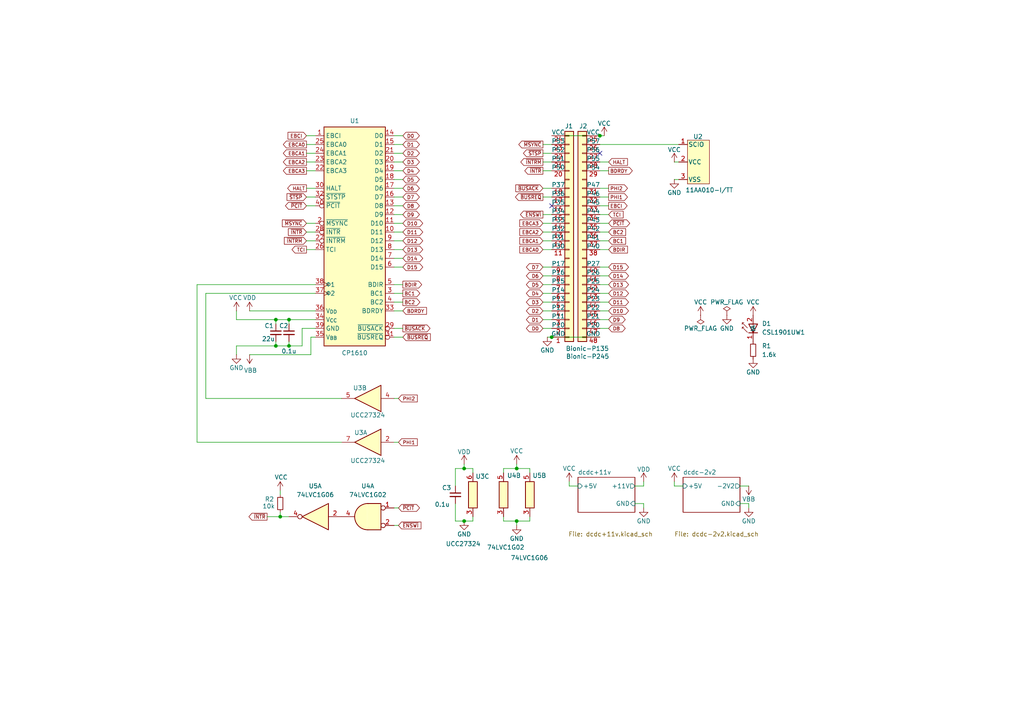
<source format=kicad_sch>
(kicad_sch (version 20250114) (generator "eeschema") (generator_version "9.0")
  (paper "A4")
  (title_block (title "BionicCP1610") (date "2026-03-01") (rev "1"))
  (lib_symbols
    (symbol "74LVC1G06_1" (pin_names (offset 0) (hide yes))
      (property "Reference" "U" (at 3.302 3.556 0))
      (property "Value" "74LVC1G06" (at 7.366 -4.318 0))
      (symbol "74LVC1G06_1_1_0"
        (polyline (pts (xy -3.81 3.81) (xy -3.81 -3.81) (xy 3.81 0) (xy -3.81 3.81)) (stroke (width 0.254)) (fill (type background)))
        (pin input line (at -7.62 0 0) (length 3.81) (name "~") (number "2"))
        (pin open_collector inverted (at 7.62 0 180) (length 3.81) (name "~") (number "4"))
      )
      (symbol "74LVC1G06_1_2_0"
        (rectangle (start -1.27 3.81) (end 1.27 -3.81) (stroke (width 0.254)) (fill (type background)))
        (pin power_in line (at 0 6.35 270) (length 2.54) (name "VCC") (number "5"))
        (pin power_in line (at 0 -6.35 90) (length 2.54) (name "GND") (number "3"))
      )
    )
    (symbol "Device:C_Small" (pin_numbers (hide yes)) (pin_names (offset 0.254) (hide yes))
      (property "Reference" "C" (at 0.254 1.778 0))
      (property "Value" "C_Small" (at 0.254 -2.032 0))
      (symbol "C_Small_0_1"
        (polyline (pts (xy -1.524 0.508) (xy 1.524 0.508)) (stroke (width 0.3048)))
        (polyline (pts (xy -1.524 -0.508) (xy 1.524 -0.508)) (stroke (width 0.3302)))
      )
      (symbol "C_Small_1_1"
        (pin passive line (at 0 2.54 270) (length 2.032) (name "~") (number "1"))
        (pin passive line (at 0 -2.54 90) (length 2.032) (name "~") (number "2"))
      )
    )
    (symbol "Device:R_Small" (pin_numbers (hide yes)) (pin_names (offset 0.254) (hide yes))
      (property "Reference" "R" (at 0 0 90))
      (property "Value" "R_Small" (at 1.778 0 90))
      (symbol "R_Small_0_1"
        (rectangle (start -0.762 1.778) (end 0.762 -1.778) (stroke (width 0.2032)))
      )
      (symbol "R_Small_1_1"
        (pin passive line (at 0 2.54 270) (length 0.762) (name "~") (number "1"))
        (pin passive line (at 0 -2.54 90) (length 0.762) (name "~") (number "2"))
      )
    )
    (symbol "R_Small_1" (pin_numbers (hide yes)) (pin_names (offset 0.254) (hide yes))
      (property "Reference" "R" (at 0 0 90))
      (property "Value" "R_Small" (at 1.778 0 90))
      (symbol "R_Small_1_0_1"
        (rectangle (start -0.762 1.778) (end 0.762 -1.778) (stroke (width 0.2032)))
      )
      (symbol "R_Small_1_1_1"
        (pin passive line (at 0 2.54 270) (length 0.762) (name "~") (number "1"))
        (pin passive line (at 0 -2.54 90) (length 0.762) (name "~") (number "2"))
      )
    )
    (symbol "bionic:Bionic-P135" (pin_names (offset 0))
      (property "Reference" "J" (at 0 30.48 0))
      (property "Value" "Bionic-P135" (at -1.27 -33.02 0))
      (symbol "Bionic-P135_1_1"
        (rectangle (start 0 28.067) (end -1.27 27.813) (stroke (width 0.1524)))
        (rectangle (start 0 25.527) (end -1.27 25.273) (stroke (width 0.1524)))
        (rectangle (start 0 22.987) (end -1.27 22.733) (stroke (width 0.1524)))
        (rectangle (start 0 20.447) (end -1.27 20.193) (stroke (width 0.1524)))
        (rectangle (start 0 17.907) (end -1.27 17.653) (stroke (width 0.1524)))
        (rectangle (start 0 15.367) (end -1.27 15.113) (stroke (width 0.1524)))
        (rectangle (start 0 12.827) (end -1.27 12.573) (stroke (width 0.1524)))
        (rectangle (start 0 10.287) (end -1.27 10.033) (stroke (width 0.1524)))
        (rectangle (start 0 7.747) (end -1.27 7.493) (stroke (width 0.1524)))
        (rectangle (start 0 5.207) (end -1.27 4.953) (stroke (width 0.1524)))
        (rectangle (start 0 2.667) (end -1.27 2.413) (stroke (width 0.1524)))
        (rectangle (start 0 0.127) (end -1.27 -0.127) (stroke (width 0.1524)))
        (rectangle (start 0 -2.413) (end -1.27 -2.667) (stroke (width 0.1524)))
        (rectangle (start 0 -4.953) (end -1.27 -5.207) (stroke (width 0.1524)))
        (rectangle (start 0 -7.493) (end -1.27 -7.747) (stroke (width 0.1524)))
        (rectangle (start 0 -10.033) (end -1.27 -10.287) (stroke (width 0.1524)))
        (rectangle (start 0 -12.573) (end -1.27 -12.827) (stroke (width 0.1524)))
        (rectangle (start 0 -15.113) (end -1.27 -15.367) (stroke (width 0.1524)))
        (rectangle (start 0 -17.653) (end -1.27 -17.907) (stroke (width 0.1524)))
        (rectangle (start 0 -20.193) (end -1.27 -20.447) (stroke (width 0.1524)))
        (rectangle (start 0 -22.733) (end -1.27 -22.987) (stroke (width 0.1524)))
        (rectangle (start 0 -25.273) (end -1.27 -25.527) (stroke (width 0.1524)))
        (rectangle (start 0 -27.813) (end -1.27 -28.067) (stroke (width 0.1524)))
        (rectangle (start 0 -30.353) (end -1.27 -30.607) (stroke (width 0.1524)))
        (rectangle (start 1.27 29.21) (end -1.27 -31.75) (stroke (width 0.254)) (fill (type background)))
        (pin power_in line (at -5.08 27.94 0) (length 3.81) (name "VCC") (number "24"))
        (pin bidirectional line (at -5.08 25.4 0) (length 3.81) (name "P53") (number "23"))
        (pin bidirectional line (at -5.08 22.86 0) (length 3.81) (name "P52") (number "22"))
        (pin bidirectional line (at -5.08 20.32 0) (length 3.81) (name "P51") (number "21"))
        (pin bidirectional line (at -5.08 17.78 0) (length 3.81) (name "P50") (number "20"))
        (pin bidirectional line (at -5.08 12.7 0) (length 3.81) (name "P37") (number "18"))
        (pin bidirectional line (at -5.08 10.16 0) (length 3.81) (name "P36") (number "17"))
        (pin bidirectional line (at -5.08 7.62 0) (length 3.81) (name "P35") (number "16"))
        (pin bidirectional line (at -5.08 5.08 0) (length 3.81) (name "P34") (number "15"))
        (pin bidirectional line (at -5.08 2.54 0) (length 3.81) (name "P33") (number "14"))
        (pin bidirectional line (at -5.08 0 0) (length 3.81) (name "P32") (number "13"))
        (pin bidirectional line (at -5.08 -2.54 0) (length 3.81) (name "P31") (number "12"))
        (pin bidirectional line (at -5.08 -5.08 0) (length 3.81) (name "P30") (number "11"))
        (pin bidirectional line (at -5.08 -10.16 0) (length 3.81) (name "P17") (number "9"))
        (pin bidirectional line (at -5.08 -12.7 0) (length 3.81) (name "P16") (number "8"))
        (pin bidirectional line (at -5.08 -15.24 0) (length 3.81) (name "P15") (number "7"))
        (pin bidirectional line (at -5.08 -17.78 0) (length 3.81) (name "P14") (number "6"))
        (pin bidirectional line (at -5.08 -20.32 0) (length 3.81) (name "P13") (number "5"))
        (pin bidirectional line (at -5.08 -22.86 0) (length 3.81) (name "P12") (number "4"))
        (pin bidirectional line (at -5.08 -25.4 0) (length 3.81) (name "P11") (number "3"))
        (pin bidirectional line (at -5.08 -27.94 0) (length 3.81) (name "P10") (number "2"))
        (pin power_in line (at -5.08 -30.48 0) (length 3.81) (name "GND") (number "1"))
      )
    )
    (symbol "bionic:Bionic-P245" (pin_names (offset 0))
      (property "Reference" "J" (at -3.81 30.48 0))
      (property "Value" "Bionic-P245" (at -1.27 -33.02 0))
      (symbol "Bionic-P245_1_1"
        (rectangle (start -2.54 29.21) (end -5.08 -31.75) (stroke (width 0.254)) (fill (type background)))
        (rectangle (start -2.54 27.813) (end -3.81 28.067) (stroke (width 0.1524)))
        (rectangle (start -2.54 25.273) (end -3.81 25.527) (stroke (width 0.1524)))
        (rectangle (start -2.54 22.733) (end -3.81 22.987) (stroke (width 0.1524)))
        (rectangle (start -2.54 20.193) (end -3.81 20.447) (stroke (width 0.1524)))
        (rectangle (start -2.54 17.653) (end -3.81 17.907) (stroke (width 0.1524)))
        (rectangle (start -2.54 15.113) (end -3.81 15.367) (stroke (width 0.1524)))
        (rectangle (start -2.54 12.573) (end -3.81 12.827) (stroke (width 0.1524)))
        (rectangle (start -2.54 10.033) (end -3.81 10.287) (stroke (width 0.1524)))
        (rectangle (start -2.54 7.493) (end -3.81 7.747) (stroke (width 0.1524)))
        (rectangle (start -2.54 4.953) (end -3.81 5.207) (stroke (width 0.1524)))
        (rectangle (start -2.54 2.413) (end -3.81 2.667) (stroke (width 0.1524)))
        (rectangle (start -2.54 -0.127) (end -3.81 0.127) (stroke (width 0.1524)))
        (rectangle (start -2.54 -2.667) (end -3.81 -2.413) (stroke (width 0.1524)))
        (rectangle (start -2.54 -5.207) (end -3.81 -4.953) (stroke (width 0.1524)))
        (rectangle (start -2.54 -7.747) (end -3.81 -7.493) (stroke (width 0.1524)))
        (rectangle (start -2.54 -10.287) (end -3.81 -10.033) (stroke (width 0.1524)))
        (rectangle (start -2.54 -12.827) (end -3.81 -12.573) (stroke (width 0.1524)))
        (rectangle (start -2.54 -15.367) (end -3.81 -15.113) (stroke (width 0.1524)))
        (rectangle (start -2.54 -17.907) (end -3.81 -17.653) (stroke (width 0.1524)))
        (rectangle (start -2.54 -20.447) (end -3.81 -20.193) (stroke (width 0.1524)))
        (rectangle (start -2.54 -22.987) (end -3.81 -22.733) (stroke (width 0.1524)))
        (rectangle (start -2.54 -25.527) (end -3.81 -25.273) (stroke (width 0.1524)))
        (rectangle (start -2.54 -28.067) (end -3.81 -27.813) (stroke (width 0.1524)))
        (rectangle (start -2.54 -30.607) (end -3.81 -30.353) (stroke (width 0.1524)))
        (pin power_in line (at 1.27 27.94 180) (length 3.81) (name "VCC") (number "25"))
        (pin bidirectional line (at 1.27 25.4 180) (length 3.81) (name "P57") (number "26"))
        (pin bidirectional line (at 1.27 22.86 180) (length 3.81) (name "P56") (number "27"))
        (pin bidirectional line (at 1.27 20.32 180) (length 3.81) (name "P55") (number "28"))
        (pin bidirectional line (at 1.27 17.78 180) (length 3.81) (name "P54") (number "29"))
        (pin bidirectional line (at 1.27 12.7 180) (length 3.81) (name "P47") (number "31"))
        (pin bidirectional line (at 1.27 10.16 180) (length 3.81) (name "P46") (number "32"))
        (pin bidirectional line (at 1.27 7.62 180) (length 3.81) (name "P45") (number "33"))
        (pin bidirectional line (at 1.27 5.08 180) (length 3.81) (name "P44") (number "34"))
        (pin bidirectional line (at 1.27 2.54 180) (length 3.81) (name "P43") (number "35"))
        (pin bidirectional line (at 1.27 0 180) (length 3.81) (name "P42") (number "36"))
        (pin bidirectional line (at 1.27 -2.54 180) (length 3.81) (name "P41") (number "37"))
        (pin bidirectional line (at 1.27 -5.08 180) (length 3.81) (name "P40") (number "38"))
        (pin bidirectional line (at 1.27 -10.16 180) (length 3.81) (name "P27") (number "40"))
        (pin bidirectional line (at 1.27 -12.7 180) (length 3.81) (name "P26") (number "41"))
        (pin bidirectional line (at 1.27 -15.24 180) (length 3.81) (name "P25") (number "42"))
        (pin bidirectional line (at 1.27 -17.78 180) (length 3.81) (name "P24") (number "43"))
        (pin bidirectional line (at 1.27 -20.32 180) (length 3.81) (name "P23") (number "44"))
        (pin bidirectional line (at 1.27 -22.86 180) (length 3.81) (name "P22") (number "45"))
        (pin bidirectional line (at 1.27 -25.4 180) (length 3.81) (name "P21") (number "46"))
        (pin bidirectional line (at 1.27 -27.94 180) (length 3.81) (name "P20") (number "47"))
        (pin power_in line (at 1.27 -30.48 180) (length 3.81) (name "GND") (number "48"))
      )
    )
    (symbol "cpu:CP1610"
      (property "Reference" "U" (at -0.762 32.512 0))
      (property "Value" "CP1610" (at 0 -33.02 0))
      (symbol "CP1610_0_1"
        (rectangle (start -8.89 31.75) (end 8.89 -31.75) (stroke (width 0.254)) (fill (type background)))
      )
      (symbol "CP1610_1_1"
        (pin input line (at -11.43 29.21 0) (length 2.54) (name "EBCI") (number "1"))
        (pin output line (at -11.43 26.67 0) (length 2.54) (name "EBCA0") (number "25"))
        (pin output line (at -11.43 24.13 0) (length 2.54) (name "EBCA1") (number "24"))
        (pin output line (at -11.43 21.59 0) (length 2.54) (name "EBCA2") (number "23"))
        (pin output line (at -11.43 19.05 0) (length 2.54) (name "EBCA3") (number "22"))
        (pin output line (at -11.43 13.97 0) (length 2.54) (name "HALT") (number "30"))
        (pin input inverted (at -11.43 11.43 0) (length 2.54) (name "~{STSTP}") (number "32"))
        (pin bidirectional inverted (at -11.43 8.89 0) (length 2.54) (name "~{PCIT}") (number "40"))
        (pin input inverted (at -11.43 3.81 0) (length 2.54) (name "~{MSYNC}") (number "2"))
        (pin input inverted (at -11.43 1.27 0) (length 2.54) (name "~{INTR}") (number "28"))
        (pin input inverted (at -11.43 -1.27 0) (length 2.54) (name "~{INTRM}") (number "27"))
        (pin output line (at -11.43 -3.81 0) (length 2.54) (name "TCI") (number "26"))
        (pin input clock (at -11.43 -13.97 0) (length 2.54) (name "Φ1") (number "38"))
        (pin input clock (at -11.43 -16.51 0) (length 2.54) (name "Φ2") (number "37"))
        (pin power_in line (at -11.43 -21.59 0) (length 2.54) (name "V_{DD}") (number "36"))
        (pin power_in line (at -11.43 -24.13 0) (length 2.54) (name "V_{CC}") (number "34"))
        (pin power_in line (at -11.43 -26.67 0) (length 2.54) (name "GND") (number "39"))
        (pin power_in line (at -11.43 -29.21 0) (length 2.54) (name "V_{BB}") (number "35"))
        (pin bidirectional line (at 11.43 29.21 180) (length 2.54) (name "D0") (number "14"))
        (pin bidirectional line (at 11.43 26.67 180) (length 2.54) (name "D1") (number "15"))
        (pin bidirectional line (at 11.43 24.13 180) (length 2.54) (name "D2") (number "21"))
        (pin bidirectional line (at 11.43 21.59 180) (length 2.54) (name "D3") (number "20"))
        (pin bidirectional line (at 11.43 19.05 180) (length 2.54) (name "D4") (number "19"))
        (pin bidirectional line (at 11.43 16.51 180) (length 2.54) (name "D5") (number "18"))
        (pin bidirectional line (at 11.43 13.97 180) (length 2.54) (name "D6") (number "17"))
        (pin bidirectional line (at 11.43 11.43 180) (length 2.54) (name "D7") (number "16"))
        (pin bidirectional line (at 11.43 8.89 180) (length 2.54) (name "D8") (number "13"))
        (pin bidirectional line (at 11.43 6.35 180) (length 2.54) (name "D9") (number "12"))
        (pin bidirectional line (at 11.43 3.81 180) (length 2.54) (name "D10") (number "11"))
        (pin bidirectional line (at 11.43 1.27 180) (length 2.54) (name "D11") (number "10"))
        (pin bidirectional line (at 11.43 -1.27 180) (length 2.54) (name "D12") (number "9"))
        (pin bidirectional line (at 11.43 -3.81 180) (length 2.54) (name "D13") (number "8"))
        (pin bidirectional line (at 11.43 -6.35 180) (length 2.54) (name "D14") (number "7"))
        (pin bidirectional line (at 11.43 -8.89 180) (length 2.54) (name "D15") (number "6"))
        (pin output line (at 11.43 -13.97 180) (length 2.54) (name "BDIR") (number "5"))
        (pin output line (at 11.43 -16.51 180) (length 2.54) (name "BC1") (number "3"))
        (pin output line (at 11.43 -19.05 180) (length 2.54) (name "BC2") (number "4"))
        (pin input line (at 11.43 -21.59 180) (length 2.54) (name "BDRDY") (number "33"))
        (pin output inverted (at 11.43 -26.67 180) (length 2.54) (name "~{BUSACK}") (number "29"))
        (pin input inverted (at 11.43 -29.21 180) (length 2.54) (name "~{BUSREQ}") (number "31"))
      )
    )
    (symbol "microchip:11AA010-I_TT" (pin_names (offset 0.254))
      (property "Reference" "U" (at 2.54 1.27 0))
      (property "Value" "11AA010-I/TT" (at 3.81 -13.97 0))
      (symbol "11AA010-I_TT_1_1"
        (rectangle (start 0 0) (end 6.35 -12.7) (fill (type background)))
        (pin bidirectional line (at -2.54 -1.27 0) (length 2.54) (name "SCIO") (number "1"))
        (pin power_in line (at -2.54 -6.35 0) (length 2.54) (name "VCC") (number "2"))
        (pin power_in line (at -2.54 -11.43 0) (length 2.54) (name "VSS") (number "3"))
      )
    )
    (symbol "power:GND" (power) (pin_numbers (hide yes)) (pin_names (offset 0) (hide yes))
      (property "Value" "GND" (at 0 -3.81 0))
      (symbol "GND_0_1"
        (polyline (pts (xy 0 0) (xy 0 -1.27) (xy 1.27 -1.27) (xy 0 -2.54) (xy -1.27 -1.27) (xy 0 -1.27)))
      )
      (symbol "GND_1_1"
        (pin power_in line (at 0 0 270) (length 0) (name "~") (number "1"))
      )
    )
    (symbol "power:PWR_FLAG" (power) (pin_numbers (hide yes)) (pin_names (offset 0) (hide yes))
      (property "Value" "PWR_FLAG" (at 0 3.81 0))
      (symbol "PWR_FLAG_0_0"
        (pin power_out line (at 0 0 90) (length 0) (name "~") (number "1"))
      )
      (symbol "PWR_FLAG_0_1"
        (polyline (pts (xy 0 0) (xy 0 1.27) (xy -1.016 1.905) (xy 0 2.54) (xy 1.016 1.905) (xy 0 1.27)))
      )
    )
    (symbol "power:VCC" (power) (pin_numbers (hide yes)) (pin_names (offset 0) (hide yes))
      (property "Value" "VCC" (at 0 3.556 0))
      (symbol "VCC_0_1"
        (polyline (pts (xy -0.762 1.27) (xy 0 2.54)))
        (polyline (pts (xy 0 2.54) (xy 0.762 1.27)))
        (polyline (pts (xy 0 0) (xy 0 2.54)))
      )
      (symbol "VCC_1_1"
        (pin power_in line (at 0 0 90) (length 0) (name "~") (number "1"))
      )
    )
    (symbol "power:VDD" (power) (pin_numbers (hide yes)) (pin_names (offset 0) (hide yes))
      (property "Value" "VDD" (at 0 3.556 0))
      (symbol "VDD_0_1"
        (polyline (pts (xy -0.762 1.27) (xy 0 2.54)))
        (polyline (pts (xy 0 2.54) (xy 0.762 1.27)))
        (polyline (pts (xy 0 0) (xy 0 2.54)))
      )
      (symbol "VDD_1_1"
        (pin power_in line (at 0 0 90) (length 0) (name "~") (number "1"))
      )
    )
    (symbol "rhom:CSL1901UW1" (pin_names (offset 0.254))
      (property "Reference" "D" (at 3.81 -2.54 0))
      (property "Value" "CSL1901UW1" (at 3.81 -5.08 0))
      (symbol "CSL1901UW1_0_1"
        (polyline (pts (xy 2.159 3.175) (xy 2.667 3.175)))
        (polyline (pts (xy 2.54 0) (xy 5.08 0)))
        (polyline (pts (xy 2.54 -1.27) (xy 5.08 0) (xy 2.54 1.27) (xy 2.54 -1.27)) (stroke (width 0.254)))
        (polyline (pts (xy 3.683 1.651) (xy 2.159 3.175) (xy 2.159 2.667)))
        (polyline (pts (xy 4.953 1.651) (xy 3.429 3.175) (xy 3.429 2.667) (xy 3.429 3.175) (xy 3.937 3.175)))
        (polyline (pts (xy 5.08 1.27) (xy 5.08 -1.27)) (stroke (width 0.254)))
      )
      (symbol "CSL1901UW1_1_1"
        (pin passive line (at 0 0 0) (length 2.54) (name "A") (number "2"))
        (pin passive line (at 7.62 0 180) (length 2.54) (name "K") (number "1"))
      )
      (symbol "CSL1901UW1_1_2"
        (polyline (pts (xy -5.08 8.255) (xy -5.08 7.62)) (stroke (width 0.2032)))
        (polyline (pts (xy -5.08 7.62) (xy -4.445 8.255)) (stroke (width 0.2032)))
        (polyline (pts (xy -4.445 10.16) (xy -4.445 9.525)) (stroke (width 0.2032)))
        (polyline (pts (xy -4.445 9.525) (xy -3.81 10.16)) (stroke (width 0.2032)))
        (polyline (pts (xy -4.445 8.255) (xy -5.08 8.255)) (stroke (width 0.2032)))
        (polyline (pts (xy -4.445 6.35) (xy -3.81 6.985)) (stroke (width 0.2032)))
        (polyline (pts (xy -3.81 10.16) (xy -4.445 10.16)) (stroke (width 0.2032)))
        (polyline (pts (xy -3.81 8.255) (xy -3.175 8.89)) (stroke (width 0.2032)))
        (polyline (pts (xy -3.81 6.985) (xy -5.08 8.255)) (stroke (width 0.2032)))
        (polyline (pts (xy -3.175 8.89) (xy -4.445 10.16)) (stroke (width 0.2032)))
        (polyline (pts (xy -3.175 5.08) (xy -4.445 6.35)) (stroke (width 0.2032)))
        (polyline (pts (xy -2.54 6.985) (xy -3.81 8.255)) (stroke (width 0.2032)))
        (polyline (pts (xy -1.905 3.81) (xy 1.905 3.81)) (stroke (width 0.2032)))
        (polyline (pts (xy 0 6.35) (xy -1.905 3.81)) (stroke (width 0.2032)))
        (polyline (pts (xy 0 6.35) (xy 0 7.62)) (stroke (width 0.2032)))
        (polyline (pts (xy 0 3.175) (xy 0 3.81)) (stroke (width 0.2032)))
        (polyline (pts (xy 0 2.54) (xy 0 3.4798)) (stroke (width 0.2032)))
        (polyline (pts (xy 1.905 6.35) (xy -1.905 6.35)) (stroke (width 0.2032)))
        (polyline (pts (xy 1.905 3.81) (xy 0 6.35)) (stroke (width 0.2032)))
        (pin unspecified line (at 0 10.16 270) (length 2.54) (name "") (number "1"))
        (pin unspecified line (at 0 0 90) (length 2.54) (name "") (number "2"))
      )
    )
    (symbol "ti:74LVC1G02" (pin_names (offset 0) (hide yes))
      (property "Reference" "U" (at 3.048 3.048 0))
      (property "Value" "74LVC1G02" (at 7.62 -3.81 0))
      (symbol "74LVC1G02_1_1"
        (arc (start -3.81 3.81) (mid -2.589 0) (end -3.81 -3.81) (stroke (width 0.254)))
        (polyline (pts (xy -3.81 3.81) (xy -0.635 3.81)) (stroke (width 0.254)) (fill (type background)))
        (polyline (pts (xy -3.81 -3.81) (xy -0.635 -3.81)) (stroke (width 0.254)) (fill (type background)))
        (arc (start 3.81 0) (mid 2.1855 -2.584) (end -0.6096 -3.81) (stroke (width 0.254)) (fill (type background)))
        (arc (start -0.6096 3.81) (mid 2.1928 2.5924) (end 3.81 0) (stroke (width 0.254)) (fill (type background)))
        (polyline (pts (xy -0.635 3.81) (xy -3.81 3.81) (xy -3.81 3.81) (xy -3.556 3.4036) (xy -3.0226 2.2606) (xy -2.6924 1.0414) (xy -2.6162 -0.254) (xy -2.7686 -1.4986) (xy -3.175 -2.7178) (xy -3.81 -3.81) (xy -3.81 -3.81) (xy -0.635 -3.81)) (stroke (width -25.4)) (fill (type background)))
        (pin input line (at -6.35 2.54 0) (length 3.048) (name "~") (number "1"))
        (pin input line (at -6.35 -2.54 0) (length 3.048) (name "~") (number "2"))
        (pin output inverted (at 7.62 0 180) (length 3.81) (name "~") (number "4"))
      )
      (symbol "74LVC1G02_1_2"
        (arc (start 0 3.81) (mid 3.7934 0) (end 0 -3.81) (stroke (width 0.254)) (fill (type background)))
        (polyline (pts (xy 0 3.81) (xy -3.81 3.81) (xy -3.81 -3.81) (xy 0 -3.81)) (stroke (width 0.254)) (fill (type background)))
        (pin input inverted (at -7.62 2.54 0) (length 3.81) (name "~") (number "1"))
        (pin input inverted (at -7.62 -2.54 0) (length 3.81) (name "~") (number "2"))
        (pin output line (at 7.62 0 180) (length 3.81) (name "~") (number "4"))
      )
      (symbol "74LVC1G02_2_0"
        (rectangle (start -1.27 3.81) (end 1.27 -3.81) (stroke (width 0.254)) (fill (type background)))
        (pin power_in line (at 0 6.35 270) (length 2.54) (name "VCC") (number "5"))
        (pin power_in line (at 0 -6.35 90) (length 2.54) (name "GND") (number "3"))
      )
      (symbol "74LVC1G02_2_2"
        (arc (start 0 3.81) (mid 3.7934 0) (end 0 -3.81) (stroke (width 0.254)) (fill (type background)))
        (polyline (pts (xy 0 3.81) (xy -3.81 3.81) (xy -3.81 -3.81) (xy 0 -3.81)) (stroke (width 0.254)) (fill (type background)))
      )
    )
    (symbol "ti:74LVC1G06" (pin_names (offset 0) (hide yes))
      (property "Reference" "U" (at 3.302 3.556 0))
      (property "Value" "74LVC1G06" (at 7.366 -4.318 0))
      (symbol "74LVC1G06_1_0"
        (polyline (pts (xy -3.81 3.81) (xy -3.81 -3.81) (xy 3.81 0) (xy -3.81 3.81)) (stroke (width 0.254)) (fill (type background)))
        (pin input line (at -7.62 0 0) (length 3.81) (name "~") (number "2"))
        (pin open_collector inverted (at 7.62 0 180) (length 3.81) (name "~") (number "4"))
      )
      (symbol "74LVC1G06_2_0"
        (rectangle (start -1.27 3.81) (end 1.27 -3.81) (stroke (width 0.254)) (fill (type background)))
        (pin power_in line (at 0 6.35 270) (length 2.54) (name "VCC") (number "5"))
        (pin power_in line (at 0 -6.35 90) (length 2.54) (name "GND") (number "3"))
      )
    )
    (symbol "ti:UCC27324" (pin_names (offset 0) (hide yes))
      (property "Reference" "U" (at 0.508 3.302 0))
      (property "Value" "UCC27324" (at 3.81 -4.318 0))
      (symbol "UCC27324_1_0"
        (polyline (pts (xy -3.81 -3.81) (xy -3.81 3.81) (xy 3.81 0) (xy -3.81 -3.81)) (stroke (width 0.254)) (fill (type background)))
        (pin input line (at -7.62 0 0) (length 3.81) (name "INA") (number "2"))
        (pin output line (at 7.62 0 180) (length 3.81) (name "OUTA") (number "7"))
      )
      (symbol "UCC27324_2_0"
        (polyline (pts (xy -3.81 -3.81) (xy -3.81 3.81) (xy 3.81 0) (xy -3.81 -3.81)) (stroke (width 0.254)) (fill (type background)))
        (pin input line (at -7.62 0 0) (length 3.81) (name "INB") (number "4"))
        (pin output line (at 7.62 0 180) (length 3.81) (name "OUTB") (number "5"))
      )
      (symbol "UCC27324_3_0"
        (rectangle (start -1.27 3.81) (end 1.27 -3.81) (stroke (width 0.254)) (fill (type background)))
        (pin power_in line (at 0 6.35 270) (length 2.54) (name "VDD") (number "6"))
        (pin power_in line (at 0 -6.35 90) (length 2.54) (name "GND") (number "3"))
      )
    )
  )
  (junction (at 83.82 100.33))
  (junction (at 149.86 151.13))
  (junction (at 173.99 39.37))
  (junction (at 134.62 151.13))
  (junction (at 81.28 149.86))
  (junction (at 83.82 92.71))
  (junction (at 80.01 92.71))
  (junction (at 160.02 97.79))
  (junction (at 134.62 135.89))
  (junction (at 80.01 100.33))
  (junction (at 149.86 135.89))
  (no_connect (at 173.99 44.45))
  (no_connect (at 160.02 59.69))
  (wire (pts (xy 114.3 90.17) (xy 116.84 90.17)))
  (wire (pts (xy 157.48 82.55) (xy 160.02 82.55)))
  (wire (pts (xy 173.99 59.69) (xy 176.53 59.69)))
  (wire (pts (xy 146.05 151.13) (xy 146.05 149.86)))
  (wire (pts (xy 149.86 151.13) (xy 149.86 152.4)))
  (wire (pts (xy 157.48 87.63) (xy 160.02 87.63)))
  (wire (pts (xy 173.99 67.31) (xy 176.53 67.31)))
  (wire (pts (xy 88.9 64.77) (xy 91.44 64.77)))
  (wire (pts (xy 115.57 147.32) (xy 114.3 147.32)))
  (wire (pts (xy 114.3 57.15) (xy 116.84 57.15)))
  (wire (pts (xy 114.3 67.31) (xy 116.84 67.31)))
  (wire (pts (xy 59.69 85.09) (xy 91.44 85.09)))
  (wire (pts (xy 157.48 77.47) (xy 160.02 77.47)))
  (wire (pts (xy 83.82 100.33) (xy 87.63 100.33)))
  (wire (pts (xy 157.48 67.31) (xy 160.02 67.31)))
  (wire (pts (xy 114.3 44.45) (xy 116.84 44.45)))
  (wire (pts (xy 157.48 49.53) (xy 160.02 49.53)))
  (wire (pts (xy 81.28 142.24) (xy 81.28 143.51)))
  (wire (pts (xy 195.58 139.7) (xy 195.58 140.97)))
  (wire (pts (xy 173.99 39.37) (xy 175.26 39.37)))
  (wire (pts (xy 114.3 85.09) (xy 116.84 85.09)))
  (wire (pts (xy 116.84 97.79) (xy 114.3 97.79)))
  (wire (pts (xy 88.9 72.39) (xy 91.44 72.39)))
  (wire (pts (xy 173.99 64.77) (xy 176.53 64.77)))
  (wire (pts (xy 80.01 100.33) (xy 83.82 100.33)))
  (wire (pts (xy 72.39 90.17) (xy 91.44 90.17)))
  (wire (pts (xy 80.01 92.71) (xy 80.01 93.98)))
  (wire (pts (xy 68.58 90.17) (xy 68.58 92.71)))
  (wire (pts (xy 149.86 134.62) (xy 149.86 135.89)))
  (wire (pts (xy 157.48 64.77) (xy 160.02 64.77)))
  (wire (pts (xy 157.48 72.39) (xy 160.02 72.39)))
  (wire (pts (xy 88.9 44.45) (xy 91.44 44.45)))
  (wire (pts (xy 173.99 54.61) (xy 176.53 54.61)))
  (wire (pts (xy 165.1 139.7) (xy 165.1 140.97)))
  (wire (pts (xy 114.3 87.63) (xy 116.84 87.63)))
  (wire (pts (xy 165.1 140.97) (xy 167.64 140.97)))
  (wire (pts (xy 184.15 146.05) (xy 186.69 146.05)))
  (wire (pts (xy 173.99 49.53) (xy 176.53 49.53)))
  (wire (pts (xy 72.39 102.87) (xy 90.17 102.87)))
  (wire (pts (xy 68.58 102.87) (xy 68.58 100.33)))
  (wire (pts (xy 68.58 92.71) (xy 80.01 92.71)))
  (wire (pts (xy 157.48 57.15) (xy 160.02 57.15)))
  (wire (pts (xy 157.48 80.01) (xy 160.02 80.01)))
  (wire (pts (xy 114.3 49.53) (xy 116.84 49.53)))
  (wire (pts (xy 114.3 74.93) (xy 116.84 74.93)))
  (wire (pts (xy 157.48 95.25) (xy 160.02 95.25)))
  (wire (pts (xy 173.99 72.39) (xy 176.53 72.39)))
  (wire (pts (xy 173.99 69.85) (xy 176.53 69.85)))
  (wire (pts (xy 114.3 115.57) (xy 115.57 115.57)))
  (wire (pts (xy 132.08 146.05) (xy 132.08 151.13)))
  (wire (pts (xy 57.15 82.55) (xy 57.15 128.27)))
  (wire (pts (xy 114.3 41.91) (xy 116.84 41.91)))
  (wire (pts (xy 173.99 46.99) (xy 176.53 46.99)))
  (wire (pts (xy 217.17 146.05) (xy 217.17 147.32)))
  (wire (pts (xy 134.62 135.89) (xy 137.16 135.89)))
  (wire (pts (xy 88.9 57.15) (xy 91.44 57.15)))
  (wire (pts (xy 173.99 92.71) (xy 176.53 92.71)))
  (wire (pts (xy 81.28 149.86) (xy 83.82 149.86)))
  (wire (pts (xy 149.86 135.89) (xy 146.05 135.89)))
  (wire (pts (xy 114.3 54.61) (xy 116.84 54.61)))
  (wire (pts (xy 114.3 52.07) (xy 116.84 52.07)))
  (wire (pts (xy 87.63 95.25) (xy 91.44 95.25)))
  (wire (pts (xy 157.48 54.61) (xy 160.02 54.61)))
  (wire (pts (xy 114.3 59.69) (xy 116.84 59.69)))
  (wire (pts (xy 153.67 151.13) (xy 153.67 149.86)))
  (wire (pts (xy 157.48 62.23) (xy 160.02 62.23)))
  (wire (pts (xy 157.48 46.99) (xy 160.02 46.99)))
  (wire (pts (xy 214.63 140.97) (xy 217.17 140.97)))
  (wire (pts (xy 114.3 69.85) (xy 116.84 69.85)))
  (wire (pts (xy 88.9 41.91) (xy 91.44 41.91)))
  (wire (pts (xy 114.3 46.99) (xy 116.84 46.99)))
  (wire (pts (xy 132.08 151.13) (xy 134.62 151.13)))
  (wire (pts (xy 77.47 149.86) (xy 81.28 149.86)))
  (wire (pts (xy 114.3 77.47) (xy 116.84 77.47)))
  (wire (pts (xy 173.99 95.25) (xy 176.53 95.25)))
  (wire (pts (xy 134.62 134.62) (xy 134.62 135.89)))
  (wire (pts (xy 88.9 46.99) (xy 91.44 46.99)))
  (wire (pts (xy 90.17 102.87) (xy 90.17 97.79)))
  (wire (pts (xy 91.44 82.55) (xy 57.15 82.55)))
  (wire (pts (xy 173.99 80.01) (xy 176.53 80.01)))
  (wire (pts (xy 157.48 41.91) (xy 160.02 41.91)))
  (wire (pts (xy 157.48 69.85) (xy 160.02 69.85)))
  (wire (pts (xy 90.17 97.79) (xy 91.44 97.79)))
  (wire (pts (xy 88.9 59.69) (xy 91.44 59.69)))
  (wire (pts (xy 153.67 137.16) (xy 153.67 135.89)))
  (wire (pts (xy 57.15 128.27) (xy 99.06 128.27)))
  (wire (pts (xy 81.28 148.59) (xy 81.28 149.86)))
  (wire (pts (xy 87.63 95.25) (xy 87.63 100.33)))
  (wire (pts (xy 173.99 62.23) (xy 176.53 62.23)))
  (wire (pts (xy 195.58 140.97) (xy 198.12 140.97)))
  (wire (pts (xy 157.48 90.17) (xy 160.02 90.17)))
  (wire (pts (xy 153.67 151.13) (xy 149.86 151.13)))
  (wire (pts (xy 173.99 90.17) (xy 176.53 90.17)))
  (wire (pts (xy 153.67 135.89) (xy 149.86 135.89)))
  (wire (pts (xy 186.69 146.05) (xy 186.69 147.32)))
  (wire (pts (xy 115.57 152.4) (xy 114.3 152.4)))
  (wire (pts (xy 137.16 135.89) (xy 137.16 137.16)))
  (wire (pts (xy 157.48 44.45) (xy 160.02 44.45)))
  (wire (pts (xy 158.75 97.79) (xy 160.02 97.79)))
  (wire (pts (xy 134.62 151.13) (xy 137.16 151.13)))
  (wire (pts (xy 114.3 62.23) (xy 116.84 62.23)))
  (wire (pts (xy 157.48 85.09) (xy 160.02 85.09)))
  (wire (pts (xy 80.01 92.71) (xy 83.82 92.71)))
  (wire (pts (xy 160.02 97.79) (xy 173.99 97.79)))
  (wire (pts (xy 132.08 140.97) (xy 132.08 135.89)))
  (wire (pts (xy 137.16 151.13) (xy 137.16 149.86)))
  (wire (pts (xy 173.99 57.15) (xy 176.53 57.15)))
  (wire (pts (xy 114.3 82.55) (xy 116.84 82.55)))
  (wire (pts (xy 173.99 77.47) (xy 176.53 77.47)))
  (wire (pts (xy 146.05 135.89) (xy 146.05 137.16)))
  (wire (pts (xy 173.99 87.63) (xy 176.53 87.63)))
  (wire (pts (xy 186.69 140.97) (xy 184.15 140.97)))
  (wire (pts (xy 83.82 92.71) (xy 83.82 93.98)))
  (wire (pts (xy 149.86 151.13) (xy 146.05 151.13)))
  (wire (pts (xy 59.69 115.57) (xy 99.06 115.57)))
  (wire (pts (xy 114.3 128.27) (xy 115.57 128.27)))
  (wire (pts (xy 114.3 64.77) (xy 116.84 64.77)))
  (wire (pts (xy 88.9 49.53) (xy 91.44 49.53)))
  (wire (pts (xy 186.69 139.7) (xy 186.69 140.97)))
  (wire (pts (xy 173.99 41.91) (xy 196.85 41.91)))
  (wire (pts (xy 132.08 135.89) (xy 134.62 135.89)))
  (wire (pts (xy 83.82 99.06) (xy 83.82 100.33)))
  (wire (pts (xy 173.99 82.55) (xy 176.53 82.55)))
  (wire (pts (xy 68.58 100.33) (xy 80.01 100.33)))
  (wire (pts (xy 114.3 72.39) (xy 116.84 72.39)))
  (wire (pts (xy 114.3 39.37) (xy 116.84 39.37)))
  (wire (pts (xy 173.99 85.09) (xy 176.53 85.09)))
  (wire (pts (xy 80.01 99.06) (xy 80.01 100.33)))
  (wire (pts (xy 195.58 52.07) (xy 196.85 52.07)))
  (wire (pts (xy 83.82 92.71) (xy 91.44 92.71)))
  (wire (pts (xy 195.58 46.99) (xy 196.85 46.99)))
  (wire (pts (xy 214.63 146.05) (xy 217.17 146.05)))
  (wire (pts (xy 88.9 39.37) (xy 91.44 39.37)))
  (wire (pts (xy 88.9 54.61) (xy 91.44 54.61)))
  (wire (pts (xy 116.84 95.25) (xy 114.3 95.25)))
  (wire (pts (xy 160.02 39.37) (xy 173.99 39.37)))
  (wire (pts (xy 88.9 69.85) (xy 91.44 69.85)))
  (wire (pts (xy 59.69 115.57) (xy 59.69 85.09)))
  (wire (pts (xy 157.48 92.71) (xy 160.02 92.71)))
  (wire (pts (xy 88.9 67.31) (xy 91.44 67.31)))
  (global_label "D8" (shape bidirectional) (at 176.53 95.25 0) (effects (font (size 1.016 1.016))) (property "Intersheetrefs" "${INTERSHEET_REFS}" (effects (hide yes))))
  (global_label "~{INTRM}" (shape input) (at 88.9 69.85 180) (effects (font (size 1.016 1.016))) (property "Intersheetrefs" "${INTERSHEET_REFS}" (effects (hide yes))))
  (global_label "~{PCIT}" (shape bidirectional) (at 115.57 147.32 0) (effects (font (size 1.016 1.016))) (property "Intersheetrefs" "${INTERSHEET_REFS}" (effects (hide yes))))
  (global_label "D9" (shape bidirectional) (at 116.84 62.23 0) (effects (font (size 1.016 1.016))) (property "Intersheetrefs" "${INTERSHEET_REFS}" (effects (hide yes))))
  (global_label "BC1" (shape input) (at 176.53 69.85 0) (effects (font (size 1.016 1.016))) (property "Intersheetrefs" "${INTERSHEET_REFS}" (effects (hide yes))))
  (global_label "~{STSP}" (shape output) (at 157.48 44.45 180) (effects (font (size 1.016 1.016))) (property "Intersheetrefs" "${INTERSHEET_REFS}" (effects (hide yes))))
  (global_label "~{INTR}" (shape input) (at 88.9 67.31 180) (effects (font (size 1.016 1.016))) (property "Intersheetrefs" "${INTERSHEET_REFS}" (effects (hide yes))))
  (global_label "~{PCIT}" (shape bidirectional) (at 176.53 64.77 0) (effects (font (size 1.016 1.016))) (property "Intersheetrefs" "${INTERSHEET_REFS}" (effects (hide yes))))
  (global_label "EBCA1" (shape input) (at 157.48 69.85 180) (effects (font (size 1.016 1.016))) (property "Intersheetrefs" "${INTERSHEET_REFS}" (effects (hide yes))))
  (global_label "D9" (shape bidirectional) (at 176.53 92.71 0) (effects (font (size 1.016 1.016))) (property "Intersheetrefs" "${INTERSHEET_REFS}" (effects (hide yes))))
  (global_label "BDIR" (shape input) (at 176.53 72.39 0) (effects (font (size 1.016 1.016))) (property "Intersheetrefs" "${INTERSHEET_REFS}" (effects (hide yes))))
  (global_label "D10" (shape bidirectional) (at 176.53 90.17 0) (effects (font (size 1.016 1.016))) (property "Intersheetrefs" "${INTERSHEET_REFS}" (effects (hide yes))))
  (global_label "D12" (shape bidirectional) (at 176.53 85.09 0) (effects (font (size 1.016 1.016))) (property "Intersheetrefs" "${INTERSHEET_REFS}" (effects (hide yes))))
  (global_label "D15" (shape bidirectional) (at 176.53 77.47 0) (effects (font (size 1.016 1.016))) (property "Intersheetrefs" "${INTERSHEET_REFS}" (effects (hide yes))))
  (global_label "BC2" (shape input) (at 176.53 67.31 0) (effects (font (size 1.016 1.016))) (property "Intersheetrefs" "${INTERSHEET_REFS}" (effects (hide yes))))
  (global_label "D5" (shape bidirectional) (at 157.48 82.55 180) (effects (font (size 1.016 1.016))) (property "Intersheetrefs" "${INTERSHEET_REFS}" (effects (hide yes))))
  (global_label "D2" (shape bidirectional) (at 116.84 44.45 0) (effects (font (size 1.016 1.016))) (property "Intersheetrefs" "${INTERSHEET_REFS}" (effects (hide yes))))
  (global_label "TCI" (shape output) (at 88.9 72.39 180) (effects (font (size 1.016 1.016))) (property "Intersheetrefs" "${INTERSHEET_REFS}" (effects (hide yes))))
  (global_label "BDIR" (shape output) (at 116.84 82.55 0) (effects (font (size 1.016 1.016))) (property "Intersheetrefs" "${INTERSHEET_REFS}" (effects (hide yes))))
  (global_label "D14" (shape bidirectional) (at 176.53 80.01 0) (effects (font (size 1.016 1.016))) (property "Intersheetrefs" "${INTERSHEET_REFS}" (effects (hide yes))))
  (global_label "D6" (shape bidirectional) (at 116.84 54.61 0) (effects (font (size 1.016 1.016))) (property "Intersheetrefs" "${INTERSHEET_REFS}" (effects (hide yes))))
  (global_label "PHI2" (shape input) (at 115.57 115.57 0) (effects (font (size 1.016 1.016))) (property "Intersheetrefs" "${INTERSHEET_REFS}" (effects (hide yes))))
  (global_label "~{ENSWI}" (shape input) (at 115.57 152.4 0) (effects (font (size 1.016 1.016))) (property "Intersheetrefs" "${INTERSHEET_REFS}" (effects (hide yes))))
  (global_label "EBCA2" (shape input) (at 157.48 67.31 180) (effects (font (size 1.016 1.016))) (property "Intersheetrefs" "${INTERSHEET_REFS}" (effects (hide yes))))
  (global_label "~{PCIT}" (shape bidirectional) (at 88.9 59.69 180) (effects (font (size 1.016 1.016))) (property "Intersheetrefs" "${INTERSHEET_REFS}" (effects (hide yes))))
  (global_label "D1" (shape bidirectional) (at 116.84 41.91 0) (effects (font (size 1.016 1.016))) (property "Intersheetrefs" "${INTERSHEET_REFS}" (effects (hide yes))))
  (global_label "D12" (shape bidirectional) (at 116.84 69.85 0) (effects (font (size 1.016 1.016))) (property "Intersheetrefs" "${INTERSHEET_REFS}" (effects (hide yes))))
  (global_label "D4" (shape bidirectional) (at 116.84 49.53 0) (effects (font (size 1.016 1.016))) (property "Intersheetrefs" "${INTERSHEET_REFS}" (effects (hide yes))))
  (global_label "EBCA0" (shape output) (at 88.9 41.91 180) (effects (font (size 1.016 1.016))) (property "Intersheetrefs" "${INTERSHEET_REFS}" (effects (hide yes))))
  (global_label "~{INTRM}" (shape output) (at 157.48 46.99 180) (effects (font (size 1.016 1.016))) (property "Intersheetrefs" "${INTERSHEET_REFS}" (effects (hide yes))))
  (global_label "D1" (shape bidirectional) (at 157.48 92.71 180) (effects (font (size 1.016 1.016))) (property "Intersheetrefs" "${INTERSHEET_REFS}" (effects (hide yes))))
  (global_label "EBCA2" (shape output) (at 88.9 46.99 180) (effects (font (size 1.016 1.016))) (property "Intersheetrefs" "${INTERSHEET_REFS}" (effects (hide yes))))
  (global_label "~{INTR}" (shape output) (at 77.47 149.86 180) (effects (font (size 1.016 1.016))) (property "Intersheetrefs" "${INTERSHEET_REFS}" (effects (hide yes))))
  (global_label "D2" (shape bidirectional) (at 157.48 90.17 180) (effects (font (size 1.016 1.016))) (property "Intersheetrefs" "${INTERSHEET_REFS}" (effects (hide yes))))
  (global_label "D14" (shape bidirectional) (at 116.84 74.93 0) (effects (font (size 1.016 1.016))) (property "Intersheetrefs" "${INTERSHEET_REFS}" (effects (hide yes))))
  (global_label "D3" (shape bidirectional) (at 157.48 87.63 180) (effects (font (size 1.016 1.016))) (property "Intersheetrefs" "${INTERSHEET_REFS}" (effects (hide yes))))
  (global_label "BC2" (shape output) (at 116.84 87.63 0) (effects (font (size 1.016 1.016))) (property "Intersheetrefs" "${INTERSHEET_REFS}" (effects (hide yes))))
  (global_label "~{MSYNC}" (shape output) (at 157.48 41.91 180) (effects (font (size 1.016 1.016))) (property "Intersheetrefs" "${INTERSHEET_REFS}" (effects (hide yes))))
  (global_label "EBCA0" (shape input) (at 157.48 72.39 180) (effects (font (size 1.016 1.016))) (property "Intersheetrefs" "${INTERSHEET_REFS}" (effects (hide yes))))
  (global_label "~{BUSACK}" (shape output) (at 116.84 95.25 0) (effects (font (size 1.016 1.016))) (property "Intersheetrefs" "${INTERSHEET_REFS}" (effects (hide yes))))
  (global_label "~{INTR}" (shape output) (at 157.48 49.53 180) (effects (font (size 1.016 1.016))) (property "Intersheetrefs" "${INTERSHEET_REFS}" (effects (hide yes))))
  (global_label "D7" (shape bidirectional) (at 157.48 77.47 180) (effects (font (size 1.016 1.016))) (property "Intersheetrefs" "${INTERSHEET_REFS}" (effects (hide yes))))
  (global_label "~{BUSREQ}" (shape input) (at 116.84 97.79 0) (effects (font (size 1.016 1.016))) (property "Intersheetrefs" "${INTERSHEET_REFS}" (effects (hide yes))))
  (global_label "PHI1" (shape output) (at 176.53 57.15 0) (effects (font (size 1.016 1.016))) (property "Intersheetrefs" "${INTERSHEET_REFS}" (effects (hide yes))))
  (global_label "EBCI" (shape input) (at 88.9 39.37 180) (effects (font (size 1.016 1.016))) (property "Intersheetrefs" "${INTERSHEET_REFS}" (effects (hide yes))))
  (global_label "D11" (shape bidirectional) (at 176.53 87.63 0) (effects (font (size 1.016 1.016))) (property "Intersheetrefs" "${INTERSHEET_REFS}" (effects (hide yes))))
  (global_label "EBCA1" (shape output) (at 88.9 44.45 180) (effects (font (size 1.016 1.016))) (property "Intersheetrefs" "${INTERSHEET_REFS}" (effects (hide yes))))
  (global_label "~{BUSACK}" (shape input) (at 157.48 54.61 180) (effects (font (size 1.016 1.016))) (property "Intersheetrefs" "${INTERSHEET_REFS}" (effects (hide yes))))
  (global_label "TCI" (shape input) (at 176.53 62.23 0) (effects (font (size 1.016 1.016))) (property "Intersheetrefs" "${INTERSHEET_REFS}" (effects (hide yes))))
  (global_label "D8" (shape bidirectional) (at 116.84 59.69 0) (effects (font (size 1.016 1.016))) (property "Intersheetrefs" "${INTERSHEET_REFS}" (effects (hide yes))))
  (global_label "~{STSP}" (shape input) (at 88.9 57.15 180) (effects (font (size 1.016 1.016))) (property "Intersheetrefs" "${INTERSHEET_REFS}" (effects (hide yes))))
  (global_label "~{ENSWI}" (shape output) (at 157.48 62.23 180) (effects (font (size 1.016 1.016))) (property "Intersheetrefs" "${INTERSHEET_REFS}" (effects (hide yes))))
  (global_label "D6" (shape bidirectional) (at 157.48 80.01 180) (effects (font (size 1.016 1.016))) (property "Intersheetrefs" "${INTERSHEET_REFS}" (effects (hide yes))))
  (global_label "BDRDY" (shape output) (at 176.53 49.53 0) (effects (font (size 1.016 1.016))) (property "Intersheetrefs" "${INTERSHEET_REFS}" (effects (hide yes))))
  (global_label "D11" (shape bidirectional) (at 116.84 67.31 0) (effects (font (size 1.016 1.016))) (property "Intersheetrefs" "${INTERSHEET_REFS}" (effects (hide yes))))
  (global_label "~{BUSREQ}" (shape output) (at 157.48 57.15 180) (effects (font (size 1.016 1.016))) (property "Intersheetrefs" "${INTERSHEET_REFS}" (effects (hide yes))))
  (global_label "EBCI" (shape output) (at 176.53 59.69 0) (effects (font (size 1.016 1.016))) (property "Intersheetrefs" "${INTERSHEET_REFS}" (effects (hide yes))))
  (global_label "D0" (shape bidirectional) (at 157.48 95.25 180) (effects (font (size 1.016 1.016))) (property "Intersheetrefs" "${INTERSHEET_REFS}" (effects (hide yes))))
  (global_label "HALT" (shape output) (at 88.9 54.61 180) (effects (font (size 1.016 1.016))) (property "Intersheetrefs" "${INTERSHEET_REFS}" (effects (hide yes))))
  (global_label "~{MSYNC}" (shape input) (at 88.9 64.77 180) (effects (font (size 1.016 1.016))) (property "Intersheetrefs" "${INTERSHEET_REFS}" (effects (hide yes))))
  (global_label "D4" (shape bidirectional) (at 157.48 85.09 180) (effects (font (size 1.016 1.016))) (property "Intersheetrefs" "${INTERSHEET_REFS}" (effects (hide yes))))
  (global_label "D15" (shape bidirectional) (at 116.84 77.47 0) (effects (font (size 1.016 1.016))) (property "Intersheetrefs" "${INTERSHEET_REFS}" (effects (hide yes))))
  (global_label "D10" (shape bidirectional) (at 116.84 64.77 0) (effects (font (size 1.016 1.016))) (property "Intersheetrefs" "${INTERSHEET_REFS}" (effects (hide yes))))
  (global_label "D13" (shape bidirectional) (at 116.84 72.39 0) (effects (font (size 1.016 1.016))) (property "Intersheetrefs" "${INTERSHEET_REFS}" (effects (hide yes))))
  (global_label "D13" (shape bidirectional) (at 176.53 82.55 0) (effects (font (size 1.016 1.016))) (property "Intersheetrefs" "${INTERSHEET_REFS}" (effects (hide yes))))
  (global_label "BC1" (shape output) (at 116.84 85.09 0) (effects (font (size 1.016 1.016))) (property "Intersheetrefs" "${INTERSHEET_REFS}" (effects (hide yes))))
  (global_label "D3" (shape bidirectional) (at 116.84 46.99 0) (effects (font (size 1.016 1.016))) (property "Intersheetrefs" "${INTERSHEET_REFS}" (effects (hide yes))))
  (global_label "PHI1" (shape input) (at 115.57 128.27 0) (effects (font (size 1.016 1.016))) (property "Intersheetrefs" "${INTERSHEET_REFS}" (effects (hide yes))))
  (global_label "BDRDY" (shape input) (at 116.84 90.17 0) (effects (font (size 1.016 1.016))) (property "Intersheetrefs" "${INTERSHEET_REFS}" (effects (hide yes))))
  (global_label "D5" (shape bidirectional) (at 116.84 52.07 0) (effects (font (size 1.016 1.016))) (property "Intersheetrefs" "${INTERSHEET_REFS}" (effects (hide yes))))
  (global_label "EBCA3" (shape input) (at 157.48 64.77 180) (effects (font (size 1.016 1.016))) (property "Intersheetrefs" "${INTERSHEET_REFS}" (effects (hide yes))))
  (global_label "HALT" (shape input) (at 176.53 46.99 0) (effects (font (size 1.016 1.016))) (property "Intersheetrefs" "${INTERSHEET_REFS}" (effects (hide yes))))
  (global_label "D0" (shape bidirectional) (at 116.84 39.37 0) (effects (font (size 1.016 1.016))) (property "Intersheetrefs" "${INTERSHEET_REFS}" (effects (hide yes))))
  (global_label "PHI2" (shape output) (at 176.53 54.61 0) (effects (font (size 1.016 1.016))) (property "Intersheetrefs" "${INTERSHEET_REFS}" (effects (hide yes))))
  (global_label "D7" (shape bidirectional) (at 116.84 57.15 0) (effects (font (size 1.016 1.016))) (property "Intersheetrefs" "${INTERSHEET_REFS}" (effects (hide yes))))
  (global_label "EBCA3" (shape output) (at 88.9 49.53 180) (effects (font (size 1.016 1.016))) (property "Intersheetrefs" "${INTERSHEET_REFS}" (effects (hide yes))))
  (symbol (lib_id "Device:C_Small") (at 132.08 143.51 0) (unit 1)
    (property "Reference" "C3" (at 129.54 141.478 0))
    (property "Value" "0.1u" (at 128.27 146.304 0))
    (property "Footprint" "Capacitor_SMD:C_0603_1608Metric_Pad1.08x0.95mm_HandSolder" (effects (hide yes)))
    (property "Description" "Unpolarized capacitor, small symbol" (effects (hide yes)))
  )
  (symbol (lib_id "power:VCC") (at 81.28 142.24 0) (mirror y) (unit 1)
    (property "Reference" "#PWR023" (effects (hide yes)))
    (property "Value" "VCC" (at 81.534 138.43 0))
    (property "Description" "Power symbol creates a global label with name \"VCC\"" (effects (hide yes)))
  )
  (symbol (lib_id "power:VDD") (at 134.62 134.62 0) (unit 1)
    (property "Reference" "#PWR024" (effects (hide yes)))
    (property "Value" "VDD" (at 134.62 131.064 0))
    (property "Description" "Power symbol creates a global label with name \"VDD\"" (effects (hide yes)))
  )
  (symbol (lib_id "cpu:CP1610") (at 102.87 68.58 0) (unit 1)
    (property "Reference" "U1" (at 102.87 35.052 0))
    (property "Value" "CP1610" (at 102.87 102.362 0))
    (property "Footprint" "bionic:DIP-40_W15.24mm_Socket" (effects (hide yes)))
    (property "Datasheet" "https://www.scribd.com/doc/80604929/cp1610" (effects (hide yes)))
    (property "Description" "16-bit General Purpose Microprocessor" (effects (hide yes)))
  )
  (symbol (lib_id "power:VCC") (at 175.26 39.37 0) (unit 1)
    (property "Reference" "#PWR014" (effects (hide yes)))
    (property "Value" "VCC" (at 175.26 35.814 0))
    (property "Description" "Power symbol creates a global label with name \"VCC\"" (effects (hide yes)))
  )
  (symbol (lib_id "bionic:Bionic-P135") (at 165.1 67.31 0) (unit 1)
    (property "Reference" "J1" (at 163.83 36.576 0) (effects (justify left)))
    (property "Value" "Bionic-P135" (at 164.084 101.092 0) (effects (justify left)))
    (property "Footprint" "bionic:Bionic-P135_SMT" (effects (hide yes)))
    (property "Description" "Generic connector, single row, 01x24, script generated (kicad-library-utils/schlib/autogen/connector/)" (effects (hide yes)))
  )
  (symbol (lib_name "74LVC1G06_1") (lib_id "ti:74LVC1G06") (at 91.44 149.86 0) (mirror y) (unit 1)
    (property "Reference" "U5" (at 91.44 140.97 0))
    (property "Value" "74LVC1G06" (at 91.44 143.51 0))
    (property "Footprint" "ti:DBV5-M" (effects (hide yes)))
    (property "Datasheet" "https://www.ti.com/lit/ds/symlink/sn74lvc1g06.pdf" (effects (hide yes)))
    (property "Description" "Single NOT Gate, Open Drain, Low-Voltage CMOS" (effects (hide yes)))
  )
  (symbol (lib_id "ti:74LVC1G06") (at 153.67 143.51 0) (unit 2)
    (property "Reference" "U5" (at 154.432 137.922 0) (effects (justify left)))
    (property "Value" "74LVC1G06" (at 148.082 161.798 0) (effects (justify left)))
    (property "Footprint" "ti:DBV5-M" (effects (hide yes)))
    (property "Datasheet" "https://www.ti.com/lit/ds/symlink/sn74lvc1g06.pdf" (effects (hide yes)))
    (property "Description" "Single NOT Gate, Open Drain, Low-Voltage CMOS" (effects (hide yes)))
  )
  (symbol (lib_id "power:VCC") (at 195.58 139.7 0) (unit 1)
    (property "Reference" "#PWR07" (effects (hide yes)))
    (property "Value" "VCC" (at 195.58 135.89 0))
    (property "Description" "Power symbol creates a global label with name \"VCC\"" (effects (hide yes)))
  )
  (symbol (lib_id "power:GND") (at 68.58 102.87 0) (unit 1)
    (property "Reference" "#PWR02" (effects (hide yes)))
    (property "Value" "GND" (at 68.58 106.68 0))
    (property "Description" "Power symbol creates a global label with name \"GND\" , ground" (effects (hide yes)))
  )
  (symbol (lib_id "ti:UCC27324") (at 106.68 128.27 0) (mirror y) (unit 1)
    (property "Reference" "U3" (at 104.648 125.476 0))
    (property "Value" "UCC27324" (at 106.68 133.604 0))
    (property "Footprint" "ti:DGN8-M" (effects (hide yes)))
    (property "Datasheet" "https://www.ti.com/lit/ds/symlink/ucc27324.pdf" (effects (hide yes)))
    (property "Description" "Dual 5A, High-Speed, Low-Side Gate Driver" (effects (hide yes)))
  )
  (symbol (lib_id "power:PWR_FLAG") (at 203.2 91.44 180) (unit 1)
    (property "Reference" "#FLG01" (effects (hide yes)))
    (property "Value" "PWR_FLAG" (at 203.2 95.25 0))
    (property "Description" "Special symbol for telling ERC where power comes from" (effects (hide yes)))
  )
  (symbol (lib_id "power:GND") (at 158.75 97.79 0) (unit 1)
    (property "Reference" "#PWR08" (effects (hide yes)))
    (property "Value" "GND" (at 158.75 101.6 0))
    (property "Description" "Power symbol creates a global label with name \"GND\" , ground" (effects (hide yes)))
  )
  (symbol (lib_id "microchip:11AA010-I_TT") (at 199.39 40.64 0) (unit 1)
    (property "Reference" "U2" (at 202.438 39.624 0))
    (property "Value" "11AA010-I/TT" (at 205.74 55.118 0))
    (property "Footprint" "microchip:SOT-23_MC_MCH-M" (effects (hide yes)))
    (property "Datasheet" "11AA010-I/TO" (effects (hide yes)))
    (property "Description" "UNI/O Serial EEPROM (1Kbit)" (effects (hide yes)))
  )
  (symbol (lib_id "power:GND") (at 218.44 104.14 0) (unit 1)
    (property "Reference" "#PWR016" (effects (hide yes)))
    (property "Value" "GND" (at 218.44 107.95 0))
    (property "Description" "Power symbol creates a global label with name \"GND\" , ground" (effects (hide yes)))
  )
  (symbol (lib_id "ti:UCC27324") (at 106.68 115.57 0) (mirror y) (unit 2)
    (property "Reference" "U3" (at 104.394 112.522 0))
    (property "Value" "UCC27324" (at 106.68 120.396 0))
    (property "Footprint" "ti:DGN8-M" (effects (hide yes)))
    (property "Datasheet" "https://www.ti.com/lit/ds/symlink/ucc27324.pdf" (effects (hide yes)))
    (property "Description" "Dual 5A, High-Speed, Low-Side Gate Driver" (effects (hide yes)))
  )
  (symbol (lib_id "power:GND") (at 210.82 91.44 0) (unit 1)
    (property "Reference" "#PWR012" (effects (hide yes)))
    (property "Value" "GND" (at 210.82 95.25 0))
    (property "Description" "Power symbol creates a global label with name \"GND\" , ground" (effects (hide yes)))
  )
  (symbol (lib_id "power:GND") (at 149.86 152.4 0) (unit 1)
    (property "Reference" "#PWR06" (effects (hide yes)))
    (property "Value" "GND" (at 149.86 156.21 0))
    (property "Description" "Power symbol creates a global label with name \"GND\" , ground" (effects (hide yes)))
  )
  (symbol (lib_id "power:GND") (at 186.69 147.32 0) (unit 1)
    (property "Reference" "#PWR018" (effects (hide yes)))
    (property "Value" "GND" (at 186.69 151.13 0))
    (property "Description" "Power symbol creates a global label with name \"GND\" , ground" (effects (hide yes)))
  )
  (symbol (lib_id "power:VCC") (at 218.44 91.44 0) (unit 1)
    (property "Reference" "#PWR015" (effects (hide yes)))
    (property "Value" "VCC" (at 218.44 87.63 0))
    (property "Description" "Power symbol creates a global label with name \"VCC\"" (effects (hide yes)))
  )
  (symbol (lib_id "rhom:CSL1901UW1") (at 218.44 91.44 90) (mirror x) (unit 1)
    (property "Reference" "D1" (at 220.98 93.8529 90) (effects (justify right)))
    (property "Value" "CSL1901UW1" (at 220.98 96.3929 90) (effects (justify right)))
    (property "Footprint" "rhom:LED_CSL1901UW1_ROM-M" (effects (hide yes)))
    (property "Datasheet" "https://fscdn.rohm.com/en/products/databook/datasheet/opto/led/chip_mono/csl1901uw1-e.pdf" (effects (hide yes)))
    (property "Description" "Red LED (Low Current Emission, SMD)" (effects (hide yes)))
  )
  (symbol (lib_id "power:PWR_FLAG") (at 210.82 91.44 0) (unit 1)
    (property "Reference" "#FLG02" (effects (hide yes)))
    (property "Value" "PWR_FLAG" (at 210.82 87.63 0))
    (property "Description" "Special symbol for telling ERC where power comes from" (effects (hide yes)))
  )
  (symbol (lib_id "power:VCC") (at 203.2 91.44 0) (unit 1)
    (property "Reference" "#PWR09" (effects (hide yes)))
    (property "Value" "VCC" (at 203.2 87.63 0))
    (property "Description" "Power symbol creates a global label with name \"VCC\"" (effects (hide yes)))
  )
  (symbol (lib_id "Device:C_Small") (at 80.01 96.52 0) (unit 1)
    (property "Reference" "C1" (at 76.708 94.488 0) (effects (justify left)))
    (property "Value" "22u" (at 75.946 98.298 0) (effects (justify left)))
    (property "Footprint" "Capacitor_SMD:C_0603_1608Metric_Pad1.08x0.95mm_HandSolder" (effects (hide yes)))
    (property "Description" "Unpolarized capacitor, small symbol" (effects (hide yes)))
  )
  (symbol (lib_id "power:VCC") (at 195.58 46.99 0) (unit 1)
    (property "Reference" "#PWR019" (effects (hide yes)))
    (property "Value" "VCC" (at 195.58 43.434 0))
    (property "Description" "Power symbol creates a global label with name \"VCC\"" (effects (hide yes)))
  )
  (symbol (lib_id "ti:74LVC1G02") (at 106.68 149.86 0) (mirror y) (unit 1) (convert 2)
    (property "Reference" "U4" (at 106.6883 140.97 0))
    (property "Value" "74LVC1G02" (at 106.6883 143.51 0))
    (property "Footprint" "ti:DBV5-M" (effects (hide yes)))
    (property "Datasheet" "https://www.ti.com/lit/ds/symlink/sn74lvc1g02.pdf" (effects (hide yes)))
    (property "Description" "Single NOR Gate, Low-Voltage CMOS" (effects (hide yes)))
  )
  (symbol (lib_id "power:VDD") (at 149.86 134.62 0) (unit 1)
    (property "Reference" "#PWR05" (effects (hide yes)))
    (property "Value" "VCC" (at 149.86 130.81 0))
    (property "Description" "Power symbol creates a global label with name \"VDD\"" (effects (hide yes)))
  )
  (symbol (lib_id "power:GND") (at 195.58 52.07 0) (unit 1)
    (property "Reference" "#PWR020" (effects (hide yes)))
    (property "Value" "GND" (at 195.58 55.88 0))
    (property "Description" "Power symbol creates a global label with name \"GND\" , ground" (effects (hide yes)))
  )
  (symbol (lib_id "power:VDD") (at 186.69 139.7 0) (unit 1)
    (property "Reference" "#PWR017" (effects (hide yes)))
    (property "Value" "VDD" (at 186.69 136.144 0))
    (property "Description" "Power symbol creates a global label with name \"VDD\"" (effects (hide yes)))
  )
  (symbol (lib_id "power:VDD") (at 217.17 140.97 0) (mirror x) (unit 1)
    (property "Reference" "#PWR010" (effects (hide yes)))
    (property "Value" "VBB" (at 217.17 144.78 0))
    (property "Description" "Power symbol creates a global label with name \"VDD\"" (effects (hide yes)))
  )
  (symbol (lib_id "power:GND") (at 134.62 151.13 0) (unit 1)
    (property "Reference" "#PWR025" (effects (hide yes)))
    (property "Value" "GND" (at 134.62 154.94 0))
    (property "Description" "Power symbol creates a global label with name \"GND\" , ground" (effects (hide yes)))
  )
  (symbol (lib_id "power:VCC") (at 68.58 90.17 0) (unit 1)
    (property "Reference" "#PWR01" (effects (hide yes)))
    (property "Value" "VCC" (at 68.326 86.36 0))
    (property "Description" "Power symbol creates a global label with name \"VCC\"" (effects (hide yes)))
  )
  (symbol (lib_name "R_Small_1") (lib_id "Device:R_Small") (at 81.28 146.05 0) (mirror y) (unit 1)
    (property "Reference" "R2" (at 79.502 144.78 0) (effects (justify left)))
    (property "Value" "10k" (at 79.756 146.812 0) (effects (justify left)))
    (property "Footprint" "Resistor_SMD:R_0603_1608Metric_Pad0.98x0.95mm_HandSolder" (effects (hide yes)))
    (property "Description" "Resistor, small symbol" (effects (hide yes)))
  )
  (symbol (lib_id "bionic:Bionic-P245") (at 172.72 67.31 0) (unit 1)
    (property "Reference" "J2" (at 169.164 36.576 0))
    (property "Value" "Bionic-P245" (at 170.434 103.378 0))
    (property "Footprint" "bionic:Bionic-P245_SMT" (effects (hide yes)))
    (property "Description" "Generic connector, single row, 01x24, script generated (kicad-library-utils/schlib/autogen/connector/)" (effects (hide yes)))
  )
  (symbol (lib_id "power:VDD") (at 72.39 90.17 0) (unit 1)
    (property "Reference" "#PWR03" (effects (hide yes)))
    (property "Value" "VDD" (at 72.39 86.36 0))
    (property "Description" "Power symbol creates a global label with name \"VDD\"" (effects (hide yes)))
  )
  (symbol (lib_id "ti:UCC27324") (at 137.16 143.51 0) (unit 3)
    (property "Reference" "U3" (at 137.922 138.176 0) (effects (justify left)))
    (property "Value" "UCC27324" (at 129.286 157.734 0) (effects (justify left)))
    (property "Footprint" "ti:DGN8-M" (effects (hide yes)))
    (property "Datasheet" "https://www.ti.com/lit/ds/symlink/ucc27324.pdf" (effects (hide yes)))
    (property "Description" "Dual 5A, High-Speed, Low-Side Gate Driver" (effects (hide yes)))
  )
  (symbol (lib_id "Device:C_Small") (at 83.82 96.52 0) (unit 1)
    (property "Reference" "C2" (at 82.296 94.488 0))
    (property "Value" "0.1u" (at 83.82 101.854 0))
    (property "Footprint" "Capacitor_SMD:C_0603_1608Metric_Pad1.08x0.95mm_HandSolder" (effects (hide yes)))
    (property "Description" "Unpolarized capacitor, small symbol" (effects (hide yes)))
  )
  (symbol (lib_id "Device:R_Small") (at 218.44 101.6 0) (unit 1)
    (property "Reference" "R1" (at 220.98 100.3299 0) (effects (justify left)))
    (property "Value" "1.6k" (at 220.98 102.8699 0) (effects (justify left)))
    (property "Footprint" "Resistor_SMD:R_0603_1608Metric_Pad0.98x0.95mm_HandSolder" (effects (hide yes)))
    (property "Description" "Resistor, small symbol" (effects (hide yes)))
  )
  (symbol (lib_id "power:GND") (at 217.17 147.32 0) (unit 1)
    (property "Reference" "#PWR011" (effects (hide yes)))
    (property "Value" "GND" (at 217.17 151.13 0))
    (property "Description" "Power symbol creates a global label with name \"GND\" , ground" (effects (hide yes)))
  )
  (symbol (lib_id "power:VDD") (at 72.39 102.87 0) (mirror x) (unit 1)
    (property "Reference" "#PWR04" (effects (hide yes)))
    (property "Value" "VBB" (at 72.644 107.442 0))
    (property "Description" "Power symbol creates a global label with name \"VDD\"" (effects (hide yes)))
  )
  (symbol (lib_id "ti:74LVC1G02") (at 146.05 143.51 0) (unit 2)
    (property "Reference" "U4" (at 147.066 137.922 0) (effects (justify left)))
    (property "Value" "74LVC1G02" (at 141.224 158.75 0) (effects (justify left)))
    (property "Footprint" "ti:DBV5-M" (effects (hide yes)))
    (property "Datasheet" "https://www.ti.com/lit/ds/symlink/sn74lvc1g02.pdf" (effects (hide yes)))
    (property "Description" "Single NOR Gate, Low-Voltage CMOS" (effects (hide yes)))
  )
  (symbol (lib_id "power:VCC") (at 165.1 139.7 0) (unit 1)
    (property "Reference" "#PWR013" (effects (hide yes)))
    (property "Value" "VCC" (at 165.1 135.89 0))
    (property "Description" "Power symbol creates a global label with name \"VCC\"" (effects (hide yes)))
  )
  (sheet (at 167.64 138.43) (size 16.51 10.16) (stroke (width 0.1524))
    (property "Sheetname" "dcdc+11v" (at 167.64 137.7184 0) (effects (justify left bottom)))
    (property "Sheetfile" "dcdc+11v.kicad_sch" (at 164.846 154.178 0) (effects (justify left top)))
    (pin "+5V" input (at 167.64 140.97 180))
    (pin "+11V" output (at 184.15 140.97 0))
    (pin "GND" input (at 184.15 146.05 0))
  )
  (sheet (at 198.12 138.43) (size 16.51 10.16) (stroke (width 0.1524))
    (property "Sheetname" "dcdc-2v2" (at 198.12 137.7184 0) (effects (justify left bottom)))
    (property "Sheetfile" "dcdc-2v2.kicad_sch" (at 195.58 154.178 0) (effects (justify left top)))
    (pin "+5V" input (at 198.12 140.97 180))
    (pin "-2V2" output (at 214.63 140.97 0))
    (pin "GND" input (at 214.63 146.05 0))
  )
)
</source>
